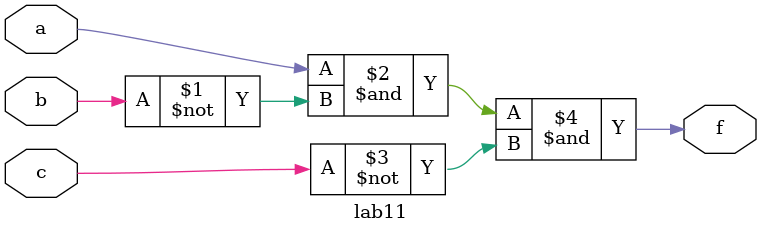
<source format=v>
`timescale 1ns / 1ps


module lab11(
    input a,
    input b,
    input c,
    output f
    );
    assign f=(a&~b)&~c;
endmodule

</source>
